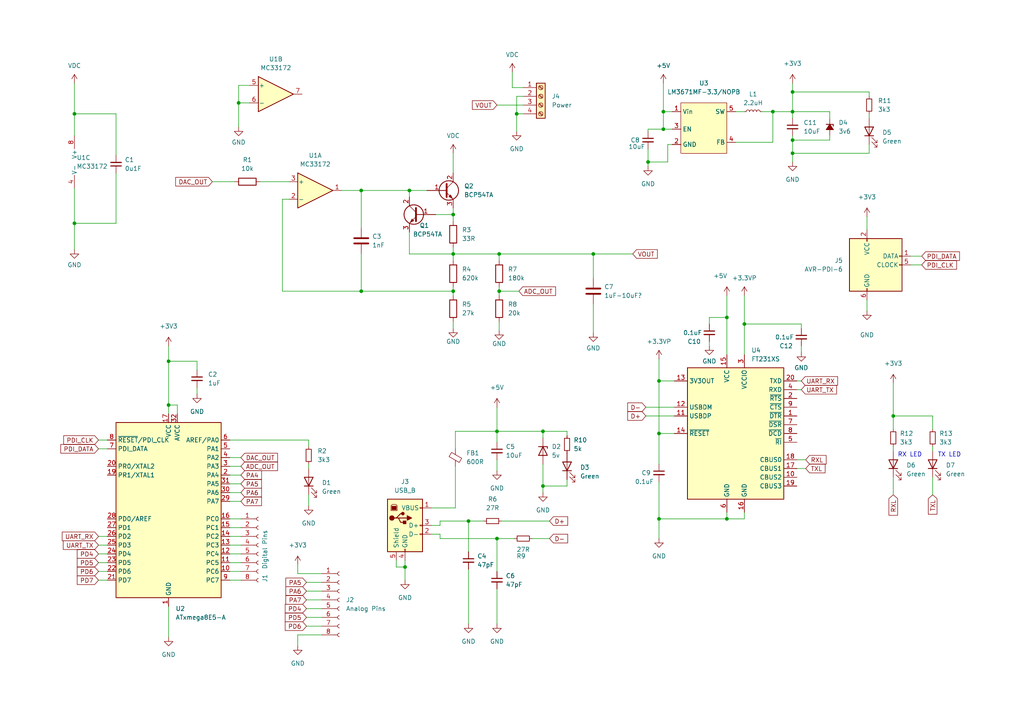
<source format=kicad_sch>
(kicad_sch (version 20211123) (generator eeschema)
  (paper "A4")
  (lib_symbols
    (symbol "Amplifier_Operational:MC33172" (pin_names (offset 0.127))
      (property "Reference" "U" (at 0 5.08 0))
      (property "Value" "MC33172" (at 0 -5.08 0))
      (symbol "MC33172_1_1"
        (pin output line (at 7.62 0 180) (length 2.54) (name "~") (number "1"))
        (pin input line (at -7.62 -2.54 0) (length 2.54) (name "-") (number "2"))
        (pin input line (at -7.62 2.54 0) (length 2.54) (name "+") (number "3"))
      )
      (symbol "MC33172_2_1"
        (pin input line (at -7.62 2.54 0) (length 2.54) (name "+") (number "5"))
        (pin input line (at -7.62 -2.54 0) (length 2.54) (name "-") (number "6"))
        (pin output line (at 7.62 0 180) (length 2.54) (name "~") (number "7"))
      )
      (symbol "MC33172_3_1"
        (pin power_in line (at -2.54 -7.62 90) (length 3.81) (name "V-") (number "4"))
        (pin power_in line (at -2.54 7.62 270) (length 3.81) (name "V+") (number "8"))
      )
    )
    (symbol "Connector:AVR-PDI-6" (pin_names (offset 1.016))
      (property "Reference" "J" (at -6.35 8.89 0))
      (property "Value" "AVR-PDI-6" (at 0 8.89 0))
      (symbol "AVR-PDI-6_1_1"
        (pin passive line (at 10.16 2.54 180) (length 2.54) (name "DATA") (number "1"))
        (pin passive line (at -2.54 10.16 270) (length 2.54) (name "VCC") (number "2"))
        (pin no_connect line (at 7.62 -2.54 180) (length 2.54) hide (name "NC") (number "3"))
        (pin no_connect line (at 7.62 -5.08 180) (length 2.54) hide (name "NC") (number "4"))
        (pin passive line (at 10.16 0 180) (length 2.54) (name "CLOCK") (number "5"))
        (pin passive line (at -2.54 -10.16 90) (length 2.54) (name "GND") (number "6"))
      )
    )
    (symbol "Connector:Conn_01x08_Female" (pin_names (offset 1.016) hide)
      (property "Reference" "J" (at 0 10.16 0))
      (property "Value" "Conn_01x08_Female" (at 0 -12.7 0))
      (symbol "Conn_01x08_Female_1_1"
        (pin passive line (at -5.08 7.62 0) (length 3.81) (name "Pin_1") (number "1"))
        (pin passive line (at -5.08 5.08 0) (length 3.81) (name "Pin_2") (number "2"))
        (pin passive line (at -5.08 2.54 0) (length 3.81) (name "Pin_3") (number "3"))
        (pin passive line (at -5.08 0 0) (length 3.81) (name "Pin_4") (number "4"))
        (pin passive line (at -5.08 -2.54 0) (length 3.81) (name "Pin_5") (number "5"))
        (pin passive line (at -5.08 -5.08 0) (length 3.81) (name "Pin_6") (number "6"))
        (pin passive line (at -5.08 -7.62 0) (length 3.81) (name "Pin_7") (number "7"))
        (pin passive line (at -5.08 -10.16 0) (length 3.81) (name "Pin_8") (number "8"))
      )
    )
    (symbol "Connector:Screw_Terminal_01x04" (pin_names (offset 1.016) hide)
      (property "Reference" "J" (at 0 5.08 0))
      (property "Value" "Screw_Terminal_01x04" (at 0 -7.62 0))
      (symbol "Screw_Terminal_01x04_1_1"
        (pin passive line (at -5.08 2.54 0) (length 3.81) (name "Pin_1") (number "1"))
        (pin passive line (at -5.08 0 0) (length 3.81) (name "Pin_2") (number "2"))
        (pin passive line (at -5.08 -2.54 0) (length 3.81) (name "Pin_3") (number "3"))
        (pin passive line (at -5.08 -5.08 0) (length 3.81) (name "Pin_4") (number "4"))
      )
    )
    (symbol "Connector:USB_B" (pin_names (offset 1.016))
      (property "Reference" "J" (at -5.08 11.43 0))
      (property "Value" "USB_B" (at -5.08 8.89 0))
      (symbol "USB_B_1_1"
        (pin power_out line (at 7.62 5.08 180) (length 2.54) (name "VBUS") (number "1"))
        (pin bidirectional line (at 7.62 -2.54 180) (length 2.54) (name "D-") (number "2"))
        (pin bidirectional line (at 7.62 0 180) (length 2.54) (name "D+") (number "3"))
        (pin power_out line (at 0 -10.16 90) (length 2.54) (name "GND") (number "4"))
        (pin passive line (at -2.54 -10.16 90) (length 2.54) (name "Shield") (number "5"))
      )
    )
    (symbol "Device:C" (pin_numbers hide) (pin_names (offset 0.254))
      (property "Reference" "C" (at 0.635 2.54 0))
      (property "Value" "C" (at 0.635 -2.54 0))
      (symbol "C_1_1"
        (pin passive line (at 0 3.81 270) (length 2.794) (name "~") (number "1"))
        (pin passive line (at 0 -3.81 90) (length 2.794) (name "~") (number "2"))
      )
    )
    (symbol "Device:C_Small" (pin_numbers hide) (pin_names (offset 0.254) hide)
      (property "Reference" "C" (at 0.254 1.778 0))
      (property "Value" "C_Small" (at 0.254 -2.032 0))
      (symbol "C_Small_1_1"
        (pin passive line (at 0 2.54 270) (length 2.032) (name "~") (number "1"))
        (pin passive line (at 0 -2.54 90) (length 2.032) (name "~") (number "2"))
      )
    )
    (symbol "Device:D_Zener" (pin_numbers hide) (pin_names (offset 1.016) hide)
      (property "Reference" "D" (at 0 2.54 0))
      (property "Value" "D_Zener" (at 0 -2.54 0))
      (symbol "D_Zener_1_1"
        (pin passive line (at -3.81 0 0) (length 2.54) (name "K") (number "1"))
        (pin passive line (at 3.81 0 180) (length 2.54) (name "A") (number "2"))
      )
    )
    (symbol "Device:D_Zener_Small_Filled" (pin_numbers hide) (pin_names (offset 0.254) hide)
      (property "Reference" "D" (at 0 2.286 0))
      (property "Value" "D_Zener_Small_Filled" (at 0 -2.286 0))
      (symbol "D_Zener_Small_Filled_1_1"
        (pin passive line (at -2.54 0 0) (length 1.778) (name "K") (number "1"))
        (pin passive line (at 2.54 0 180) (length 1.778) (name "A") (number "2"))
      )
    )
    (symbol "Device:FerriteBead_Small" (pin_numbers hide) (pin_names (offset 0))
      (property "Reference" "FB" (at 1.905 1.27 0))
      (property "Value" "FerriteBead_Small" (at 1.905 -1.27 0))
      (symbol "FerriteBead_Small_1_1"
        (pin passive line (at 0 2.54 270) (length 1.27) (name "~") (number "1"))
        (pin passive line (at 0 -2.54 90) (length 1.27) (name "~") (number "2"))
      )
    )
    (symbol "Device:LED" (pin_numbers hide) (pin_names (offset 1.016) hide)
      (property "Reference" "D" (at 0 2.54 0))
      (property "Value" "LED" (at 0 -2.54 0))
      (symbol "LED_1_1"
        (pin passive line (at -3.81 0 0) (length 2.54) (name "K") (number "1"))
        (pin passive line (at 3.81 0 180) (length 2.54) (name "A") (number "2"))
      )
    )
    (symbol "Device:L_Small" (pin_numbers hide) (pin_names (offset 0.254) hide)
      (property "Reference" "L" (at 0.762 1.016 0))
      (property "Value" "L_Small" (at 0.762 -1.016 0))
      (symbol "L_Small_1_1"
        (pin passive line (at 0 2.54 270) (length 0.508) (name "~") (number "1"))
        (pin passive line (at 0 -2.54 90) (length 0.508) (name "~") (number "2"))
      )
    )
    (symbol "Device:R" (pin_numbers hide) (pin_names (offset 0))
      (property "Reference" "R" (at 2.032 0 90))
      (property "Value" "R" (at 0 0 90))
      (symbol "R_1_1"
        (pin passive line (at 0 3.81 270) (length 1.27) (name "~") (number "1"))
        (pin passive line (at 0 -3.81 90) (length 1.27) (name "~") (number "2"))
      )
    )
    (symbol "Device:R_Small" (pin_numbers hide) (pin_names (offset 0.254) hide)
      (property "Reference" "R" (at 0.762 0.508 0))
      (property "Value" "R_Small" (at 0.762 -1.016 0))
      (symbol "R_Small_1_1"
        (pin passive line (at 0 2.54 270) (length 0.762) (name "~") (number "1"))
        (pin passive line (at 0 -2.54 90) (length 0.762) (name "~") (number "2"))
      )
    )
    (symbol "GND_1" (power) (pin_names (offset 0))
      (property "Value" "GND_1" (at 0 -3.81 0))
      (symbol "GND_1_1_1"
        (pin power_in line (at 0 0 270) (length 0) hide (name "GND") (number "1"))
      )
    )
    (symbol "GND_2" (power) (pin_names (offset 0))
      (property "Value" "GND_2" (at 0 -3.81 0))
      (symbol "GND_2_1_1"
        (pin power_in line (at 0 0 270) (length 0) hide (name "GND") (number "1"))
      )
    )
    (symbol "GND_3" (power) (pin_names (offset 0))
      (property "Value" "GND_3" (at 0 -3.81 0))
      (symbol "GND_3_1_1"
        (pin power_in line (at 0 0 270) (length 0) hide (name "GND") (number "1"))
      )
    )
    (symbol "GND_4" (power) (pin_names (offset 0))
      (property "Value" "GND_4" (at 0 -3.81 0))
      (symbol "GND_4_1_1"
        (pin power_in line (at 0 0 270) (length 0) hide (name "GND") (number "1"))
      )
    )
    (symbol "GND_5" (power) (pin_names (offset 0))
      (property "Value" "GND_5" (at 0 -3.81 0))
      (symbol "GND_5_1_1"
        (pin power_in line (at 0 0 270) (length 0) hide (name "GND") (number "1"))
      )
    )
    (symbol "Interface_USB:FT231XS"
      (property "Reference" "U" (at -13.97 20.32 0))
      (property "Value" "FT231XS" (at 7.62 20.32 0))
      (symbol "FT231XS_1_1"
        (pin output line (at 17.78 5.08 180) (length 3.81) (name "~{DTR}") (number "1"))
        (pin bidirectional line (at 17.78 -12.7 180) (length 3.81) (name "CBUS2") (number "10"))
        (pin bidirectional line (at -17.78 5.08 0) (length 3.81) (name "USBDP") (number "11"))
        (pin bidirectional line (at -17.78 7.62 0) (length 3.81) (name "USBDM") (number "12"))
        (pin power_out line (at -17.78 15.24 0) (length 3.81) (name "3V3OUT") (number "13"))
        (pin input line (at -17.78 0 0) (length 3.81) (name "~{RESET}") (number "14"))
        (pin power_in line (at -2.54 22.86 270) (length 3.81) (name "VCC") (number "15"))
        (pin power_in line (at 2.54 -22.86 90) (length 3.81) (name "GND") (number "16"))
        (pin bidirectional line (at 17.78 -10.16 180) (length 3.81) (name "CBUS1") (number "17"))
        (pin bidirectional line (at 17.78 -7.62 180) (length 3.81) (name "CBUS0") (number "18"))
        (pin bidirectional line (at 17.78 -15.24 180) (length 3.81) (name "CBUS3") (number "19"))
        (pin output line (at 17.78 10.16 180) (length 3.81) (name "~{RTS}") (number "2"))
        (pin output line (at 17.78 15.24 180) (length 3.81) (name "TXD") (number "20"))
        (pin power_in line (at 2.54 22.86 270) (length 3.81) (name "VCCIO") (number "3"))
        (pin input line (at 17.78 12.7 180) (length 3.81) (name "RXD") (number "4"))
        (pin input line (at 17.78 -2.54 180) (length 3.81) (name "~{RI}") (number "5"))
        (pin power_in line (at -2.54 -22.86 90) (length 3.81) (name "GND") (number "6"))
        (pin input line (at 17.78 2.54 180) (length 3.81) (name "~{DSR}") (number "7"))
        (pin input line (at 17.78 0 180) (length 3.81) (name "~{DCD}") (number "8"))
        (pin input line (at 17.78 7.62 180) (length 3.81) (name "~{CTS}") (number "9"))
      )
    )
    (symbol "MCU_Microchip_ATmega:ATxmega8E5-A"
      (property "Reference" "U" (at -15.24 26.67 0))
      (property "Value" "ATxmega8E5-A" (at 2.54 -26.67 0))
      (symbol "ATxmega8E5-A_1_1"
        (pin power_in line (at 0 -27.94 90) (length 2.54) (name "GND") (number "1"))
        (pin bidirectional line (at 17.78 -17.78 180) (length 2.54) (name "PC6") (number "10"))
        (pin bidirectional line (at 17.78 -15.24 180) (length 2.54) (name "PC5") (number "11"))
        (pin bidirectional line (at 17.78 -12.7 180) (length 2.54) (name "PC4") (number "12"))
        (pin bidirectional line (at 17.78 -10.16 180) (length 2.54) (name "PC3") (number "13"))
        (pin bidirectional line (at 17.78 -7.62 180) (length 2.54) (name "PC2") (number "14"))
        (pin bidirectional line (at 17.78 -5.08 180) (length 2.54) (name "PC1") (number "15"))
        (pin bidirectional line (at 17.78 -2.54 180) (length 2.54) (name "PC0") (number "16"))
        (pin power_in line (at 0 27.94 270) (length 2.54) (name "VCC") (number "17"))
        (pin passive line (at 0 -27.94 90) (length 2.54) hide (name "GND") (number "18"))
        (pin bidirectional line (at -17.78 10.16 0) (length 2.54) (name "PR1/XTAL1") (number "19"))
        (pin bidirectional line (at 17.78 10.16 180) (length 2.54) (name "PA4") (number "2"))
        (pin bidirectional line (at -17.78 12.7 0) (length 2.54) (name "PR0/XTAL2") (number "20"))
        (pin bidirectional line (at -17.78 -20.32 0) (length 2.54) (name "PD7") (number "21"))
        (pin bidirectional line (at -17.78 -17.78 0) (length 2.54) (name "PD6") (number "22"))
        (pin bidirectional line (at -17.78 -15.24 0) (length 2.54) (name "PD5") (number "23"))
        (pin bidirectional line (at -17.78 -12.7 0) (length 2.54) (name "PD4") (number "24"))
        (pin bidirectional line (at -17.78 -10.16 0) (length 2.54) (name "PD3") (number "25"))
        (pin bidirectional line (at -17.78 -7.62 0) (length 2.54) (name "PD2") (number "26"))
        (pin bidirectional line (at -17.78 -5.08 0) (length 2.54) (name "PD1") (number "27"))
        (pin bidirectional line (at -17.78 -2.54 0) (length 2.54) (name "PD0/AREF") (number "28"))
        (pin bidirectional line (at 17.78 2.54 180) (length 2.54) (name "PA7") (number "29"))
        (pin bidirectional line (at 17.78 12.7 180) (length 2.54) (name "PA3") (number "3"))
        (pin bidirectional line (at 17.78 5.08 180) (length 2.54) (name "PA6") (number "30"))
        (pin bidirectional line (at 17.78 7.62 180) (length 2.54) (name "PA5") (number "31"))
        (pin power_in line (at 2.54 27.94 270) (length 2.54) (name "AVCC") (number "32"))
        (pin bidirectional line (at 17.78 15.24 180) (length 2.54) (name "PA2") (number "4"))
        (pin bidirectional line (at 17.78 17.78 180) (length 2.54) (name "PA1") (number "5"))
        (pin bidirectional line (at 17.78 20.32 180) (length 2.54) (name "AREF/PA0") (number "6"))
        (pin bidirectional line (at -17.78 17.78 0) (length 2.54) (name "PDI_DATA") (number "7"))
        (pin input line (at -17.78 20.32 0) (length 2.54) (name "~{RESET}/PDI_CLK") (number "8"))
        (pin bidirectional line (at 17.78 -20.32 180) (length 2.54) (name "PC7") (number "9"))
      )
    )
    (symbol "Transistor_BJT:BCP56" (pin_names (offset 0) hide)
      (property "Reference" "Q" (at 5.08 1.905 0))
      (property "Value" "BCP56" (at 5.08 0 0))
      (symbol "BCP56_1_1"
        (pin input line (at -5.08 0 0) (length 5.715) (name "B") (number "1"))
        (pin passive line (at 2.54 5.08 270) (length 2.54) (name "C") (number "2"))
        (pin passive line (at 2.54 -5.08 90) (length 2.54) (name "E") (number "3"))
        (pin passive line (at 2.54 5.08 270) (length 2.54) hide (name "C") (number "4"))
      )
    )
    (symbol "Transus_David:LM3671MF-3.3{slash}NOPB"
      (property "Reference" "U?" (at -0.3175 15.24 0))
      (property "Value" "LM3671MF-3.3/NOPB" (at -0.3175 12.7 0))
      (symbol "LM3671MF-3.3{slash}NOPB_1_1"
        (pin input line (at -9.525 6.985 0) (length 2.54) (name "Vin") (number "1"))
        (pin input line (at -9.525 -2.54 0) (length 2.54) (name "GND") (number "2"))
        (pin input line (at -9.525 1.905 0) (length 2.54) (name "EN") (number "3"))
        (pin input line (at 8.89 -1.905 180) (length 2.54) (name "FB") (number "4"))
        (pin input line (at 8.89 6.985 180) (length 2.54) (name "SW") (number "5"))
      )
    )
    (symbol "power:+3.3VP" (power) (pin_names (offset 0))
      (property "Value" "+3.3VP" (at 0 2.54 0))
      (symbol "+3.3VP_0_0"
        (pin power_in line (at 0 0 90) (length 0) hide (name "+3.3VP") (number "1"))
      )
    )
    (symbol "power:+3V3" (power) (pin_names (offset 0))
      (property "Value" "+3V3" (at 0 3.556 0))
      (symbol "+3V3_1_1"
        (pin power_in line (at 0 0 90) (length 0) hide (name "+3V3") (number "1"))
      )
    )
    (symbol "power:+5V" (power) (pin_names (offset 0))
      (property "Value" "+5V" (at 0 3.556 0))
      (symbol "+5V_1_1"
        (pin power_in line (at 0 0 90) (length 0) hide (name "+5V") (number "1"))
      )
    )
    (symbol "power:GND" (power) (pin_names (offset 0))
      (property "Value" "GND" (at 0 -3.81 0))
      (symbol "GND_1_1"
        (pin power_in line (at 0 0 270) (length 0) hide (name "GND") (number "1"))
      )
    )
    (symbol "power:VDC" (power) (pin_names (offset 0))
      (property "Value" "VDC" (at 0 6.35 0))
      (symbol "VDC_1_1"
        (pin power_in line (at 0 0 90) (length 0) hide (name "VDC") (number "1"))
      )
    )
  )
  (junction (at 144.145 156.21))
  (junction (at 191.135 125.73))
  (junction (at 131.445 62.23))
  (junction (at 104.775 84.455))
  (junction (at 229.87 32.385))
  (junction (at 48.895 104.775))
  (junction (at 131.445 84.455))
  (junction (at 21.59 33.02))
  (junction (at 131.445 73.66))
  (junction (at 191.135 110.49))
  (junction (at 144.78 73.66))
  (junction (at 157.48 140.97))
  (junction (at 215.9 93.98))
  (junction (at 118.745 55.245))
  (junction (at 191.135 150.495))
  (junction (at 21.59 64.77))
  (junction (at 259.08 120.65))
  (junction (at 135.89 151.13))
  (junction (at 144.145 125.095))
  (junction (at 229.87 40.64))
  (junction (at 149.86 33.02))
  (junction (at 210.82 150.495))
  (junction (at 192.405 32.385))
  (junction (at 69.215 29.845))
  (junction (at 192.405 37.465))
  (junction (at 229.87 26.67))
  (junction (at 104.775 55.245))
  (junction (at 172.085 73.66))
  (junction (at 224.155 32.385))
  (junction (at 48.895 117.475))
  (junction (at 187.96 46.99))
  (junction (at 144.78 84.455))
  (junction (at 229.87 44.45))
  (junction (at 157.48 125.095))
  (junction (at 117.475 164.465))
  (junction (at 210.82 92.075))
  (wire (pts (xy 149.86 33.02) (xy 151.765 33.02)))
  (wire (pts (xy 213.36 41.275) (xy 224.155 41.275)))
  (wire (pts (xy 251.46 86.995) (xy 251.46 90.17)))
  (wire (pts (xy 144.78 73.66) (xy 144.78 75.565)))
  (wire (pts (xy 210.82 85.725) (xy 210.82 92.075)))
  (wire (pts (xy 191.135 150.495) (xy 191.135 156.21)))
  (wire (pts (xy 192.405 37.465) (xy 192.405 32.385)))
  (wire (pts (xy 252.095 33.02) (xy 252.095 34.29)))
  (wire (pts (xy 187.325 120.65) (xy 195.58 120.65)))
  (wire (pts (xy 144.145 133.35) (xy 144.145 136.525)))
  (wire (pts (xy 187.96 46.99) (xy 193.675 46.99)))
  (wire (pts (xy 117.475 162.56) (xy 117.475 164.465)))
  (wire (pts (xy 213.36 32.385) (xy 215.9 32.385)))
  (wire (pts (xy 118.745 67.31) (xy 118.745 73.66)))
  (wire (pts (xy 144.145 170.815) (xy 144.145 180.975)))
  (wire (pts (xy 88.9 181.61) (xy 93.345 181.61)))
  (wire (pts (xy 21.59 54.61) (xy 21.59 64.77)))
  (wire (pts (xy 193.675 41.91) (xy 193.675 46.99)))
  (wire (pts (xy 210.82 150.495) (xy 210.82 148.59)))
  (wire (pts (xy 172.085 73.66) (xy 172.085 80.645)))
  (wire (pts (xy 164.465 139.065) (xy 164.465 140.97)))
  (wire (pts (xy 127.635 154.94) (xy 127.635 156.21)))
  (wire (pts (xy 104.775 55.245) (xy 118.745 55.245)))
  (wire (pts (xy 264.16 76.835) (xy 267.335 76.835)))
  (wire (pts (xy 157.48 140.97) (xy 157.48 142.875)))
  (wire (pts (xy 131.445 73.66) (xy 144.78 73.66)))
  (wire (pts (xy 229.87 44.45) (xy 229.87 46.99)))
  (wire (pts (xy 33.655 33.02) (xy 33.655 45.085)))
  (wire (pts (xy 51.435 117.475) (xy 48.895 117.475)))
  (wire (pts (xy 28.575 160.655) (xy 31.115 160.655)))
  (wire (pts (xy 131.445 84.455) (xy 131.445 85.725)))
  (wire (pts (xy 192.405 32.385) (xy 194.945 32.385)))
  (wire (pts (xy 264.16 74.295) (xy 267.335 74.295)))
  (wire (pts (xy 270.51 120.65) (xy 259.08 120.65)))
  (wire (pts (xy 191.135 125.73) (xy 191.135 110.49)))
  (wire (pts (xy 231.14 113.03) (xy 232.41 113.03)))
  (wire (pts (xy 215.9 85.725) (xy 215.9 93.98)))
  (wire (pts (xy 66.675 137.795) (xy 69.85 137.795)))
  (wire (pts (xy 154.305 156.21) (xy 159.385 156.21)))
  (wire (pts (xy 69.215 24.765) (xy 69.215 29.845)))
  (wire (pts (xy 66.675 158.115) (xy 69.85 158.115)))
  (wire (pts (xy 69.215 29.845) (xy 69.215 36.83)))
  (wire (pts (xy 240.665 32.385) (xy 229.87 32.385)))
  (wire (pts (xy 187.96 43.18) (xy 187.96 46.99)))
  (wire (pts (xy 144.145 156.21) (xy 144.145 165.735)))
  (wire (pts (xy 172.085 88.265) (xy 172.085 96.52)))
  (wire (pts (xy 144.78 84.455) (xy 144.78 85.725)))
  (wire (pts (xy 187.96 46.99) (xy 187.96 48.26)))
  (wire (pts (xy 210.82 92.075) (xy 210.82 102.87)))
  (wire (pts (xy 104.775 73.66) (xy 104.775 84.455)))
  (wire (pts (xy 229.87 44.45) (xy 252.095 44.45)))
  (wire (pts (xy 157.48 140.97) (xy 164.465 140.97)))
  (wire (pts (xy 66.675 142.875) (xy 69.85 142.875)))
  (wire (pts (xy 86.36 184.15) (xy 86.36 187.325)))
  (wire (pts (xy 131.445 44.45) (xy 131.445 50.165)))
  (wire (pts (xy 57.15 104.775) (xy 48.895 104.775)))
  (wire (pts (xy 149.86 33.02) (xy 149.86 38.1)))
  (wire (pts (xy 131.445 73.66) (xy 131.445 71.755)))
  (wire (pts (xy 48.895 175.895) (xy 48.895 184.785)))
  (wire (pts (xy 232.41 95.25) (xy 232.41 93.98)))
  (wire (pts (xy 191.135 125.73) (xy 191.135 134.62)))
  (wire (pts (xy 125.095 147.32) (xy 132.08 147.32)))
  (wire (pts (xy 240.665 40.64) (xy 229.87 40.64)))
  (wire (pts (xy 144.145 30.48) (xy 151.765 30.48)))
  (wire (pts (xy 215.9 150.495) (xy 210.82 150.495)))
  (wire (pts (xy 251.46 62.865) (xy 251.46 66.675)))
  (wire (pts (xy 66.675 132.715) (xy 69.85 132.715)))
  (wire (pts (xy 215.9 93.98) (xy 215.9 102.87)))
  (wire (pts (xy 149.86 27.94) (xy 149.86 33.02)))
  (wire (pts (xy 187.96 38.1) (xy 187.96 37.465)))
  (wire (pts (xy 172.085 73.66) (xy 183.515 73.66)))
  (wire (pts (xy 157.48 127) (xy 157.48 125.095)))
  (wire (pts (xy 194.945 41.91) (xy 193.675 41.91)))
  (wire (pts (xy 135.89 165.1) (xy 135.89 180.975)))
  (wire (pts (xy 240.665 39.37) (xy 240.665 40.64)))
  (wire (pts (xy 144.145 118.11) (xy 144.145 125.095)))
  (wire (pts (xy 28.575 168.275) (xy 31.115 168.275)))
  (wire (pts (xy 88.9 171.45) (xy 93.345 171.45)))
  (wire (pts (xy 66.675 165.735) (xy 69.85 165.735)))
  (wire (pts (xy 81.915 84.455) (xy 81.915 57.785)))
  (wire (pts (xy 131.445 84.455) (xy 104.775 84.455)))
  (wire (pts (xy 86.36 184.15) (xy 93.345 184.15)))
  (wire (pts (xy 72.39 24.765) (xy 69.215 24.765)))
  (wire (pts (xy 231.14 133.35) (xy 233.68 133.35)))
  (wire (pts (xy 240.665 34.29) (xy 240.665 32.385)))
  (wire (pts (xy 270.51 138.43) (xy 270.51 143.51)))
  (wire (pts (xy 28.575 165.735) (xy 31.115 165.735)))
  (wire (pts (xy 131.445 83.185) (xy 131.445 84.455)))
  (wire (pts (xy 229.87 24.13) (xy 229.87 26.67)))
  (wire (pts (xy 88.9 173.99) (xy 93.345 173.99)))
  (wire (pts (xy 194.945 37.465) (xy 192.405 37.465)))
  (wire (pts (xy 28.575 155.575) (xy 31.115 155.575)))
  (wire (pts (xy 191.135 110.49) (xy 191.135 104.14)))
  (wire (pts (xy 66.675 163.195) (xy 69.85 163.195)))
  (wire (pts (xy 66.675 153.035) (xy 69.85 153.035)))
  (wire (pts (xy 148.59 20.955) (xy 148.59 25.4)))
  (wire (pts (xy 157.48 134.62) (xy 157.48 140.97)))
  (wire (pts (xy 157.48 125.095) (xy 144.145 125.095)))
  (wire (pts (xy 28.575 130.175) (xy 31.115 130.175)))
  (wire (pts (xy 48.895 117.475) (xy 48.895 120.015)))
  (wire (pts (xy 191.135 150.495) (xy 210.82 150.495)))
  (wire (pts (xy 132.08 125.095) (xy 144.145 125.095)))
  (wire (pts (xy 89.535 134.62) (xy 89.535 135.89)))
  (wire (pts (xy 125.095 152.4) (xy 127.635 152.4)))
  (wire (pts (xy 148.59 25.4) (xy 151.765 25.4)))
  (wire (pts (xy 224.155 32.385) (xy 224.155 41.275)))
  (wire (pts (xy 126.365 62.23) (xy 131.445 62.23)))
  (wire (pts (xy 259.08 129.54) (xy 259.08 130.81)))
  (wire (pts (xy 192.405 24.13) (xy 192.405 32.385)))
  (wire (pts (xy 145.415 151.13) (xy 159.385 151.13)))
  (wire (pts (xy 21.59 64.77) (xy 21.59 72.39)))
  (wire (pts (xy 66.675 160.655) (xy 69.85 160.655)))
  (wire (pts (xy 205.74 93.98) (xy 205.74 92.075)))
  (wire (pts (xy 131.445 93.345) (xy 131.445 95.25)))
  (wire (pts (xy 21.59 33.02) (xy 33.655 33.02)))
  (wire (pts (xy 229.87 40.64) (xy 229.87 44.45)))
  (wire (pts (xy 151.765 27.94) (xy 149.86 27.94)))
  (wire (pts (xy 164.465 125.095) (xy 157.48 125.095)))
  (wire (pts (xy 123.825 55.245) (xy 118.745 55.245)))
  (wire (pts (xy 259.08 111.125) (xy 259.08 120.65)))
  (wire (pts (xy 195.58 110.49) (xy 191.135 110.49)))
  (wire (pts (xy 66.675 135.255) (xy 69.85 135.255)))
  (wire (pts (xy 144.145 156.21) (xy 149.225 156.21)))
  (wire (pts (xy 21.59 33.02) (xy 21.59 39.37)))
  (wire (pts (xy 127.635 151.13) (xy 135.89 151.13)))
  (wire (pts (xy 114.935 162.56) (xy 114.935 164.465)))
  (wire (pts (xy 135.89 151.13) (xy 140.335 151.13)))
  (wire (pts (xy 259.08 120.65) (xy 259.08 124.46)))
  (wire (pts (xy 164.465 126.365) (xy 164.465 125.095)))
  (wire (pts (xy 51.435 120.015) (xy 51.435 117.475)))
  (wire (pts (xy 99.06 55.245) (xy 104.775 55.245)))
  (wire (pts (xy 229.87 32.385) (xy 224.155 32.385)))
  (wire (pts (xy 215.9 93.98) (xy 232.41 93.98)))
  (wire (pts (xy 187.325 118.11) (xy 195.58 118.11)))
  (wire (pts (xy 270.51 129.54) (xy 270.51 130.81)))
  (wire (pts (xy 88.9 179.07) (xy 93.345 179.07)))
  (wire (pts (xy 215.9 148.59) (xy 215.9 150.495)))
  (wire (pts (xy 86.36 166.37) (xy 93.345 166.37)))
  (wire (pts (xy 28.575 158.115) (xy 31.115 158.115)))
  (wire (pts (xy 66.675 140.335) (xy 69.85 140.335)))
  (wire (pts (xy 66.675 155.575) (xy 69.85 155.575)))
  (wire (pts (xy 205.74 99.06) (xy 205.74 100.33)))
  (wire (pts (xy 232.41 100.33) (xy 232.41 102.235)))
  (wire (pts (xy 132.08 130.175) (xy 132.08 125.095)))
  (wire (pts (xy 144.78 73.66) (xy 172.085 73.66)))
  (wire (pts (xy 135.89 151.13) (xy 135.89 160.02)))
  (wire (pts (xy 229.87 34.29) (xy 229.87 32.385)))
  (wire (pts (xy 131.445 60.325) (xy 131.445 62.23)))
  (wire (pts (xy 89.535 127.635) (xy 89.535 129.54)))
  (wire (pts (xy 187.96 37.465) (xy 192.405 37.465)))
  (wire (pts (xy 118.745 73.66) (xy 131.445 73.66)))
  (wire (pts (xy 229.87 39.37) (xy 229.87 40.64)))
  (wire (pts (xy 270.51 120.65) (xy 270.51 124.46)))
  (wire (pts (xy 144.78 84.455) (xy 150.495 84.455)))
  (wire (pts (xy 231.14 110.49) (xy 232.41 110.49)))
  (wire (pts (xy 57.15 112.395) (xy 57.15 114.3)))
  (wire (pts (xy 28.575 163.195) (xy 31.115 163.195)))
  (wire (pts (xy 104.775 55.245) (xy 104.775 66.04)))
  (wire (pts (xy 75.565 52.705) (xy 83.82 52.705)))
  (wire (pts (xy 220.98 32.385) (xy 224.155 32.385)))
  (wire (pts (xy 104.775 84.455) (xy 81.915 84.455)))
  (wire (pts (xy 127.635 151.13) (xy 127.635 152.4)))
  (wire (pts (xy 144.78 93.345) (xy 144.78 95.885)))
  (wire (pts (xy 131.445 73.66) (xy 131.445 75.565)))
  (wire (pts (xy 231.14 135.89) (xy 233.68 135.89)))
  (wire (pts (xy 252.095 26.67) (xy 229.87 26.67)))
  (wire (pts (xy 205.74 92.075) (xy 210.82 92.075)))
  (wire (pts (xy 33.655 64.77) (xy 33.655 50.165)))
  (wire (pts (xy 57.15 107.315) (xy 57.15 104.775)))
  (wire (pts (xy 117.475 164.465) (xy 117.475 168.275)))
  (wire (pts (xy 259.08 138.43) (xy 259.08 143.51)))
  (wire (pts (xy 86.36 163.83) (xy 86.36 166.37)))
  (wire (pts (xy 66.675 145.415) (xy 69.85 145.415)))
  (wire (pts (xy 66.675 150.495) (xy 69.85 150.495)))
  (wire (pts (xy 48.895 104.775) (xy 48.895 117.475)))
  (wire (pts (xy 144.145 125.095) (xy 144.145 128.27)))
  (wire (pts (xy 132.08 135.255) (xy 132.08 147.32)))
  (wire (pts (xy 191.135 139.7) (xy 191.135 150.495)))
  (wire (pts (xy 88.9 168.91) (xy 93.345 168.91)))
  (wire (pts (xy 21.59 64.77) (xy 33.655 64.77)))
  (wire (pts (xy 118.745 55.245) (xy 118.745 57.15)))
  (wire (pts (xy 131.445 62.23) (xy 131.445 64.135)))
  (wire (pts (xy 28.575 127.635) (xy 31.115 127.635)))
  (wire (pts (xy 229.87 26.67) (xy 229.87 32.385)))
  (wire (pts (xy 252.095 41.91) (xy 252.095 44.45)))
  (wire (pts (xy 48.895 100.33) (xy 48.895 104.775)))
  (wire (pts (xy 66.675 127.635) (xy 89.535 127.635)))
  (wire (pts (xy 66.675 168.275) (xy 69.85 168.275)))
  (wire (pts (xy 69.215 29.845) (xy 72.39 29.845)))
  (wire (pts (xy 125.095 154.94) (xy 127.635 154.94)))
  (wire (pts (xy 88.9 176.53) (xy 93.345 176.53)))
  (wire (pts (xy 81.915 57.785) (xy 83.82 57.785)))
  (wire (pts (xy 89.535 143.51) (xy 89.535 146.685)))
  (wire (pts (xy 195.58 125.73) (xy 191.135 125.73)))
  (wire (pts (xy 144.78 83.185) (xy 144.78 84.455)))
  (wire (pts (xy 114.935 164.465) (xy 117.475 164.465)))
  (wire (pts (xy 61.595 52.705) (xy 67.945 52.705)))
  (wire (pts (xy 21.59 24.13) (xy 21.59 33.02)))
  (wire (pts (xy 127.635 156.21) (xy 144.145 156.21)))
  (wire (pts (xy 252.095 26.67) (xy 252.095 27.94)))
  (text "TX LED" (at 278.765 132.715 180) (effects (font (size 1.27 1.27)) (justify right bottom)))
  (text "RX LED" (at 260.35 132.715 0) (effects (font (size 1.27 1.27)) (justify left bottom)))
  (global_label "PA4" (shape input) (at 69.85 137.795 0) (property "Intersheet References" "${INTERSHEET_REFS}" (effects hide)))
  (global_label "VOUT" (shape input) (at 183.515 73.66 0) (property "Intersheet References" "${INTERSHEET_REFS}" (effects hide)))
  (global_label "PA5" (shape input) (at 88.9 168.91 180) (property "Intersheet References" "${INTERSHEET_REFS}" (effects hide)))
  (global_label "PD4" (shape input) (at 28.575 160.655 180) (property "Intersheet References" "${INTERSHEET_REFS}" (effects hide)))
  (global_label "RXL" (shape input) (at 259.08 143.51 270) (property "Intersheet References" "${INTERSHEET_REFS}" (effects hide)))
  (global_label "TXL" (shape input) (at 233.68 135.89 0) (property "Intersheet References" "${INTERSHEET_REFS}" (effects hide)))
  (global_label "DAC_OUT" (shape input) (at 69.85 132.715 0) (property "Intersheet References" "${INTERSHEET_REFS}" (effects hide)))
  (global_label "PD6" (shape input) (at 28.575 165.735 180) (property "Intersheet References" "${INTERSHEET_REFS}" (effects hide)))
  (global_label "TXL" (shape input) (at 270.51 143.51 270) (property "Intersheet References" "${INTERSHEET_REFS}" (effects hide)))
  (global_label "PDI_CLK" (shape input) (at 28.575 127.635 180) (property "Intersheet References" "${INTERSHEET_REFS}" (effects hide)))
  (global_label "PD7" (shape input) (at 28.575 168.275 180) (property "Intersheet References" "${INTERSHEET_REFS}" (effects hide)))
  (global_label "PDI_CLK" (shape input) (at 267.335 76.835 0) (property "Intersheet References" "${INTERSHEET_REFS}" (effects hide)))
  (global_label "ADC_OUT" (shape input) (at 69.85 135.255 0) (property "Intersheet References" "${INTERSHEET_REFS}" (effects hide)))
  (global_label "PA6" (shape input) (at 88.9 171.45 180) (property "Intersheet References" "${INTERSHEET_REFS}" (effects hide)))
  (global_label "DAC_OUT" (shape input) (at 61.595 52.705 180) (property "Intersheet References" "${INTERSHEET_REFS}" (effects hide)))
  (global_label "PDI_DATA" (shape input) (at 267.335 74.295 0) (property "Intersheet References" "${INTERSHEET_REFS}" (effects hide)))
  (global_label "D+" (shape input) (at 187.325 120.65 180) (property "Intersheet References" "${INTERSHEET_REFS}" (effects hide)))
  (global_label "PA7" (shape input) (at 88.9 173.99 180) (property "Intersheet References" "${INTERSHEET_REFS}" (effects hide)))
  (global_label "PA7" (shape input) (at 69.85 145.415 0) (property "Intersheet References" "${INTERSHEET_REFS}" (effects hide)))
  (global_label "UART_RX" (shape input) (at 28.575 155.575 180) (property "Intersheet References" "${INTERSHEET_REFS}" (effects hide)))
  (global_label "PD5" (shape input) (at 88.9 179.07 180) (property "Intersheet References" "${INTERSHEET_REFS}" (effects hide)))
  (global_label "UART_RX" (shape input) (at 232.41 110.49 0) (property "Intersheet References" "${INTERSHEET_REFS}" (effects hide)))
  (global_label "UART_TX" (shape input) (at 232.41 113.03 0) (property "Intersheet References" "${INTERSHEET_REFS}" (effects hide)))
  (global_label "RXL" (shape input) (at 233.68 133.35 0) (property "Intersheet References" "${INTERSHEET_REFS}" (effects hide)))
  (global_label "VOUT" (shape input) (at 144.145 30.48 180) (property "Intersheet References" "${INTERSHEET_REFS}" (effects hide)))
  (global_label "PD5" (shape input) (at 28.575 163.195 180) (property "Intersheet References" "${INTERSHEET_REFS}" (effects hide)))
  (global_label "PA6" (shape input) (at 69.85 142.875 0) (property "Intersheet References" "${INTERSHEET_REFS}" (effects hide)))
  (global_label "PD4" (shape input) (at 88.9 176.53 180) (property "Intersheet References" "${INTERSHEET_REFS}" (effects hide)))
  (global_label "D-" (shape input) (at 159.385 156.21 0) (property "Intersheet References" "${INTERSHEET_REFS}" (effects hide)))
  (global_label "UART_TX" (shape input) (at 28.575 158.115 180) (property "Intersheet References" "${INTERSHEET_REFS}" (effects hide)))
  (global_label "PA5" (shape input) (at 69.85 140.335 0) (property "Intersheet References" "${INTERSHEET_REFS}" (effects hide)))
  (global_label "ADC_OUT" (shape input) (at 150.495 84.455 0) (property "Intersheet References" "${INTERSHEET_REFS}" (effects hide)))
  (global_label "PD6" (shape input) (at 88.9 181.61 180) (property "Intersheet References" "${INTERSHEET_REFS}" (effects hide)))
  (global_label "PDI_DATA" (shape input) (at 28.575 130.175 180) (property "Intersheet References" "${INTERSHEET_REFS}" (effects hide)))
  (global_label "D+" (shape input) (at 159.385 151.13 0) (property "Intersheet References" "${INTERSHEET_REFS}" (effects hide)))
  (global_label "D-" (shape input) (at 187.325 118.11 180) (property "Intersheet References" "${INTERSHEET_REFS}" (effects hide)))
  (symbol (lib_id "Device:LED") (at 164.465 135.255 90) (unit 1)
    (property "Reference" "D3" (at 168.275 135.5724 90) (effects (justify right)))
    (property "Value" "Green" (at 168.275 138.1124 90) (effects (justify right)))
    (property "Footprint" "LED_SMD:LED_0402_1005Metric_Pad0.77x0.64mm_HandSolder" (effects hide))
    (property "Farnell" "2507544" (effects hide))
  )
  (symbol (lib_id "power:VDC") (at 21.59 24.13 0) (unit 1)
    (property "Reference" "#PWR0103" (effects hide))
    (property "Value" "VDC" (at 21.59 19.05 0))
  )
  (symbol (lib_id "Device:C_Small") (at 191.135 137.16 0) (unit 1)
    (property "Reference" "C9" (at 186.055 137.16 0) (effects (justify left)))
    (property "Value" "0.1uF" (at 184.15 139.7 0) (effects (justify left)))
    (property "Footprint" "Capacitor_SMD:C_0805_2012Metric_Pad1.18x1.45mm_HandSolder" (effects hide))
  )
  (symbol (lib_id "Device:R") (at 144.78 79.375 0) (unit 1)
    (property "Reference" "R7" (at 147.32 78.1049 0) (effects (justify left)))
    (property "Value" "180k" (at 147.32 80.6449 0) (effects (justify left)))
    (property "Footprint" "Resistor_SMD:R_0805_2012Metric_Pad1.20x1.40mm_HandSolder" (effects hide))
  )
  (symbol (lib_id "Device:R_Small") (at 252.095 30.48 0) (unit 1)
    (property "Reference" "R11" (at 254.635 29.2099 0) (effects (justify left)))
    (property "Value" "3k3" (at 254.635 31.7499 0) (effects (justify left)))
    (property "Footprint" "Resistor_SMD:R_0805_2012Metric_Pad1.20x1.40mm_HandSolder" (effects hide))
  )
  (symbol (lib_id "power:GND") (at 172.085 96.52 0) (unit 1)
    (property "Reference" "#PWR0128" (effects hide))
    (property "Value" "GND" (at 172.085 100.965 0))
  )
  (symbol (lib_id "Device:L_Small") (at 218.44 32.385 90) (unit 1)
    (property "Reference" "L1" (at 218.44 27.305 90))
    (property "Value" "2.2uH" (at 218.44 29.845 90))
    (property "Footprint" "MyFootprints:0805_PInductor" (effects hide))
    (property "Farnell" "3865051" (effects hide))
  )
  (symbol (lib_id "Amplifier_Operational:MC33172") (at 24.13 46.99 0) (unit 3)
    (property "Reference" "U1" (at 22.225 45.7199 0) (effects (justify left)))
    (property "Value" "MC33172" (at 22.225 48.2599 0) (effects (justify left)))
    (property "Footprint" "Package_SO:SO-8_3.9x4.9mm_P1.27mm" (effects hide))
    (property "Datasheet" "http://www.onsemi.com/pub/Collateral/MC33171-D.PDF" (effects hide))
  )
  (symbol (lib_id "Device:LED") (at 252.095 38.1 90) (unit 1)
    (property "Reference" "D5" (at 255.905 38.4174 90) (effects (justify right)))
    (property "Value" "Green" (at 255.905 40.9574 90) (effects (justify right)))
    (property "Footprint" "LED_SMD:LED_0402_1005Metric_Pad0.77x0.64mm_HandSolder" (effects hide))
    (property "Farnell" "2507544" (effects hide))
  )
  (symbol (lib_id "Device:C") (at 172.085 84.455 0) (unit 1)
    (property "Reference" "C7" (at 175.26 83.1849 0) (effects (justify left)))
    (property "Value" "1uF-10uF?" (at 175.26 85.7249 0) (effects (justify left)))
    (property "Footprint" "Capacitor_SMD:C_0805_2012Metric_Pad1.18x1.45mm_HandSolder" (effects hide))
    (property "FARNELL" "2611936" (effects hide))
  )
  (symbol (lib_id "power:GND") (at 135.89 180.975 0) (unit 1)
    (property "Reference" "#PWR0110" (effects hide))
    (property "Value" "GND" (at 135.89 186.055 0))
  )
  (symbol (lib_id "Device:C_Small") (at 33.655 47.625 180) (unit 1)
    (property "Reference" "C1" (at 36.195 46.3485 0) (effects (justify right)))
    (property "Value" "0u1F" (at 36.195 48.8885 0) (effects (justify right)))
    (property "Footprint" "Capacitor_SMD:C_0805_2012Metric_Pad1.18x1.45mm_HandSolder" (effects hide))
  )
  (symbol (lib_id "Device:C_Small") (at 144.145 168.275 0) (unit 1)
    (property "Reference" "C6" (at 146.685 167.0112 0) (effects (justify left)))
    (property "Value" "47pF" (at 146.685 169.5512 0) (effects (justify left)))
    (property "Footprint" "Capacitor_SMD:C_0805_2012Metric_Pad1.18x1.45mm_HandSolder" (effects hide))
  )
  (symbol (lib_id "power:+3V3") (at 86.36 163.83 0) (unit 1)
    (property "Reference" "#PWR0133" (effects hide))
    (property "Value" "+3V3" (at 86.36 158.115 0))
  )
  (symbol (lib_id "power:+3.3VP") (at 191.135 104.14 0) (unit 1)
    (property "Reference" "#PWR0125" (effects hide))
    (property "Value" "+3.3VP" (at 191.135 99.06 0))
  )
  (symbol (lib_id "power:GND") (at 117.475 168.275 0) (unit 1)
    (property "Reference" "#PWR0109" (effects hide))
    (property "Value" "GND" (at 117.475 173.355 0))
  )
  (symbol (lib_id "Transistor_BJT:BCP56") (at 128.905 55.245 0) (unit 1)
    (property "Reference" "Q2" (at 134.62 53.9749 0) (effects (justify left)))
    (property "Value" "BCP54TA" (at 134.62 56.5149 0) (effects (justify left)))
    (property "Footprint" "Package_TO_SOT_SMD:SOT-223-3_TabPin2" (effects hide))
    (property "Datasheet" "https://4donline.ihs.com/images/VipMasterIC/IC/DIOD/DIOD-S-A0011743495/DIOD-S-A0011743496-1.pdf?hkey=6D3A4C79FDBF58556ACFDE234799DDF0" (effects hide))
    (property "FARNELL" "3943121" (effects hide))
  )
  (symbol (lib_id "Connector:Conn_01x08_Female") (at 74.93 158.115 0) (unit 1)
    (property "Reference" "J1" (at 76.835 168.91 90) (effects (justify left)))
    (property "Value" "Digital Pins" (at 76.835 165.1 90) (effects (justify left)))
    (property "Footprint" "Connector_PinHeader_2.54mm:PinHeader_1x08_P2.54mm_Vertical" (effects hide))
  )
  (symbol (lib_id "power:GND") (at 131.445 95.25 0) (unit 1)
    (property "Reference" "#PWR0106" (effects hide))
    (property "Value" "GND" (at 131.445 99.06 0))
  )
  (symbol (lib_id "power:+3V3") (at 259.08 111.125 0) (unit 1)
    (property "Reference" "#PWR0134" (effects hide))
    (property "Value" "+3V3" (at 259.08 105.41 0))
  )
  (symbol (lib_id "power:VDC") (at 131.445 44.45 0) (unit 1)
    (property "Reference" "#PWR0104" (effects hide))
    (property "Value" "VDC" (at 131.445 39.37 0))
  )
  (symbol (lib_id "Connector:AVR-PDI-6") (at 254 76.835 0) (unit 1)
    (property "Reference" "J5" (at 244.475 75.5649 0) (effects (justify right)))
    (property "Value" "AVR-PDI-6" (at 244.475 78.1049 0) (effects (justify right)))
    (property "Footprint" "MyFootprints:TagConnect_Avr" (effects hide))
    (property "Datasheet" " ~" (effects hide))
  )
  (symbol (lib_id "Interface_USB:FT231XS") (at 213.36 125.73 0) (unit 1)
    (property "Reference" "U4" (at 217.9194 101.6 0) (effects (justify left)))
    (property "Value" "FT231XS" (at 217.9194 104.14 0) (effects (justify left)))
    (property "Footprint" "Package_SO:SSOP-20_3.9x8.7mm_P0.635mm" (effects hide))
    (property "Datasheet" "https://www.ftdichip.com/Support/Documents/DataSheets/ICs/DS_FT231X.pdf" (effects hide))
  )
  (symbol (lib_name "GND_5") (lib_id "power:GND") (at 149.86 38.1 0) (unit 1)
    (property "Reference" "#PWR0122" (effects hide))
    (property "Value" "GND" (at 149.86 43.18 0))
  )
  (symbol (lib_id "Device:R") (at 131.445 79.375 0) (unit 1)
    (property "Reference" "R4" (at 133.985 78.1049 0) (effects (justify left)))
    (property "Value" "620k" (at 133.985 80.6449 0) (effects (justify left)))
    (property "Footprint" "Resistor_SMD:R_0805_2012Metric_Pad1.20x1.40mm_HandSolder" (effects hide))
  )
  (symbol (lib_id "Device:R") (at 144.78 89.535 0) (unit 1)
    (property "Reference" "R8" (at 147.32 88.2649 0) (effects (justify left)))
    (property "Value" "20k" (at 147.32 90.8049 0) (effects (justify left)))
    (property "Footprint" "Resistor_SMD:R_0805_2012Metric_Pad1.20x1.40mm_HandSolder" (effects hide))
  )
  (symbol (lib_id "Device:C_Small") (at 232.41 97.79 0) (unit 1)
    (property "Reference" "C12" (at 226.06 100.33 0) (effects (justify left)))
    (property "Value" "0.1uF" (at 224.79 97.79 0) (effects (justify left)))
    (property "Footprint" "Capacitor_SMD:C_0805_2012Metric_Pad1.18x1.45mm_HandSolder" (effects hide))
  )
  (symbol (lib_id "Device:D_Zener") (at 157.48 130.81 270) (unit 1)
    (property "Reference" "D2" (at 160.02 129.5399 90) (effects (justify left)))
    (property "Value" "5v" (at 160.02 132.0799 90) (effects (justify left)))
    (property "Footprint" "Diode_SMD:D_SOD-123" (effects hide))
  )
  (symbol (lib_id "Connector:USB_B") (at 117.475 152.4 0) (unit 1)
    (property "Reference" "J3" (at 117.475 139.7 0))
    (property "Value" "USB_B" (at 117.475 142.24 0))
    (property "Footprint" "MyFootprints:USB_B" (effects hide))
    (property "Datasheet" " ~" (effects hide))
    (property "Farnell" "1860556" (effects hide))
  )
  (symbol (lib_id "power:GND") (at 205.74 100.33 0) (unit 1)
    (property "Reference" "#PWR0124" (effects hide))
    (property "Value" "GND" (at 205.74 104.775 0))
  )
  (symbol (lib_id "power:+5V") (at 192.405 24.13 0) (unit 1)
    (property "Reference" "#PWR0119" (effects hide))
    (property "Value" "+5V" (at 192.405 19.05 0))
  )
  (symbol (lib_id "power:GND") (at 144.145 180.975 0) (unit 1)
    (property "Reference" "#PWR0111" (effects hide))
    (property "Value" "GND" (at 144.145 186.055 0))
  )
  (symbol (lib_id "power:+3.3VP") (at 215.9 85.725 0) (unit 1)
    (property "Reference" "#PWR0126" (effects hide))
    (property "Value" "+3.3VP" (at 215.9 80.645 0))
  )
  (symbol (lib_id "Device:C_Small") (at 144.145 130.81 0) (unit 1)
    (property "Reference" "C5" (at 146.685 129.5462 0) (effects (justify left)))
    (property "Value" "10uF" (at 146.685 132.0862 0) (effects (justify left)))
    (property "Footprint" "Capacitor_SMD:C_0805_2012Metric_Pad1.18x1.45mm_HandSolder" (effects hide))
  )
  (symbol (lib_id "Transistor_BJT:BCP56") (at 121.285 62.23 0) (mirror y) (unit 1)
    (property "Reference" "Q1" (at 124.46 65.405 0) (effects (justify left)))
    (property "Value" "BCP54TA" (at 128.27 67.945 0) (effects (justify left)))
    (property "Footprint" "Package_TO_SOT_SMD:SOT-223-3_TabPin2" (effects hide))
    (property "Datasheet" "https://4donline.ihs.com/images/VipMasterIC/IC/DIOD/DIOD-S-A0011743495/DIOD-S-A0011743496-1.pdf?hkey=6D3A4C79FDBF58556ACFDE234799DDF0" (effects hide))
    (property "FARNELL" "3943121" (effects hide))
  )
  (symbol (lib_id "Device:R_Small") (at 89.535 132.08 0) (unit 1)
    (property "Reference" "R2" (at 92.075 130.8099 0) (effects (justify left)))
    (property "Value" "3k3" (at 92.075 133.3499 0) (effects (justify left)))
    (property "Footprint" "Resistor_SMD:R_0805_2012Metric_Pad1.20x1.40mm_HandSolder" (effects hide))
  )
  (symbol (lib_id "Device:R") (at 131.445 67.945 0) (unit 1)
    (property "Reference" "R3" (at 133.985 66.6749 0) (effects (justify left)))
    (property "Value" "33R" (at 133.985 69.2149 0) (effects (justify left)))
    (property "Footprint" "Resistor_SMD:R_0805_2012Metric_Pad1.20x1.40mm_HandSolder" (effects hide))
    (property "FARNELL" "2447640" (effects hide))
  )
  (symbol (lib_id "Amplifier_Operational:MC33172") (at 80.01 27.305 0) (unit 2)
    (property "Reference" "U1" (at 80.01 17.145 0))
    (property "Value" "MC33172" (at 80.01 19.685 0))
    (property "Footprint" "Package_SO:SO-8_3.9x4.9mm_P1.27mm" (effects hide))
    (property "Datasheet" "http://www.onsemi.com/pub/Collateral/MC33171-D.PDF" (effects hide))
  )
  (symbol (lib_id "Device:R_Small") (at 270.51 127 0) (unit 1)
    (property "Reference" "R13" (at 272.415 125.7299 0) (effects (justify left)))
    (property "Value" "3k3" (at 272.415 128.2699 0) (effects (justify left)))
    (property "Footprint" "Resistor_SMD:R_0805_2012Metric_Pad1.20x1.40mm_HandSolder" (effects hide))
  )
  (symbol (lib_id "power:GND") (at 229.87 46.99 0) (unit 1)
    (property "Reference" "#PWR0118" (effects hide))
    (property "Value" "GND" (at 229.87 52.07 0))
  )
  (symbol (lib_id "power:VDC") (at 148.59 20.955 0) (unit 1)
    (property "Reference" "#PWR0105" (effects hide))
    (property "Value" "VDC" (at 148.59 15.875 0))
  )
  (symbol (lib_id "Transus_David:LM3671MF-3.3{slash}NOPB") (at 204.47 39.37 0) (unit 1)
    (property "Reference" "U3" (at 204.1525 24.13 0))
    (property "Value" "LM3671MF-3.3/NOPB" (at 204.1525 26.67 0))
    (property "Footprint" "Package_TO_SOT_SMD:SOT-23-5_HandSoldering" (effects hide))
    (property "Farnell" "3008192" (effects hide))
  )
  (symbol (lib_id "power:GND") (at 144.78 95.885 0) (unit 1)
    (property "Reference" "#PWR0129" (effects hide))
    (property "Value" "GND" (at 144.78 99.695 0))
  )
  (symbol (lib_name "GND_4") (lib_id "power:GND") (at 48.895 184.785 0) (unit 1)
    (property "Reference" "#PWR0112" (effects hide))
    (property "Value" "GND" (at 48.895 189.865 0))
  )
  (symbol (lib_id "power:GND") (at 251.46 90.17 0) (unit 1)
    (property "Reference" "#PWR0131" (effects hide))
    (property "Value" "GND" (at 251.46 97.155 0))
  )
  (symbol (lib_id "Device:C_Small") (at 187.96 40.64 0) (unit 1)
    (property "Reference" "C8" (at 182.88 40.64 0) (effects (justify left)))
    (property "Value" "10uF" (at 182.245 42.545 0) (effects (justify left)))
    (property "Footprint" "Capacitor_SMD:C_0805_2012Metric_Pad1.18x1.45mm_HandSolder" (effects hide))
  )
  (symbol (lib_id "Device:C_Small") (at 57.15 109.855 0) (unit 1)
    (property "Reference" "C2" (at 60.325 108.5912 0) (effects (justify left)))
    (property "Value" "1uF" (at 60.325 111.1312 0) (effects (justify left)))
    (property "Footprint" "Capacitor_SMD:C_0805_2012Metric_Pad1.18x1.45mm_HandSolder" (effects hide))
  )
  (symbol (lib_id "Device:FerriteBead_Small") (at 132.08 132.715 0) (unit 1)
    (property "Reference" "FB1" (at 135.255 131.4068 0) (effects (justify left)))
    (property "Value" "600R" (at 135.255 133.9468 0) (effects (justify left)))
    (property "Footprint" "Capacitor_SMD:C_0805_2012Metric_Pad1.18x1.45mm_HandSolder" (effects hide))
    (property "Farnell" "1838838" (effects hide))
  )
  (symbol (lib_id "Device:R") (at 131.445 89.535 0) (unit 1)
    (property "Reference" "R5" (at 133.985 88.2649 0) (effects (justify left)))
    (property "Value" "27k" (at 133.985 90.8049 0) (effects (justify left)))
    (property "Footprint" "Resistor_SMD:R_0805_2012Metric_Pad1.20x1.40mm_HandSolder" (effects hide))
  )
  (symbol (lib_id "Device:LED") (at 270.51 134.62 90) (unit 1)
    (property "Reference" "D7" (at 274.32 134.9374 90) (effects (justify right)))
    (property "Value" "Green" (at 274.32 137.4774 90) (effects (justify right)))
    (property "Footprint" "LED_SMD:LED_0402_1005Metric_Pad0.77x0.64mm_HandSolder" (effects hide))
    (property "Farnell" "2507544" (effects hide))
  )
  (symbol (lib_id "power:GND") (at 191.135 156.21 0) (unit 1)
    (property "Reference" "#PWR0115" (effects hide))
    (property "Value" "GND" (at 191.135 161.29 0))
  )
  (symbol (lib_id "MCU_Microchip_ATmega:ATxmega8E5-A") (at 48.895 147.955 0) (unit 1)
    (property "Reference" "U2" (at 50.9144 176.53 0) (effects (justify left)))
    (property "Value" "ATxmega8E5-A" (at 50.9144 179.07 0) (effects (justify left)))
    (property "Footprint" "Package_QFP:TQFP-32_7x7mm_P0.8mm" (effects hide))
    (property "Datasheet" "http://ww1.microchip.com/downloads/en/DeviceDoc/Atmel-8153-8-and-16-bit-AVR-Microcontroller-XMEGA-E-ATxmega8E5-ATxmega16E5-ATxmega32E5_Datasheet.pdf" (effects hide))
  )
  (symbol (lib_id "Device:R_Small") (at 164.465 128.905 0) (unit 1)
    (property "Reference" "R10" (at 166.37 127.6349 0) (effects (justify left)))
    (property "Value" "5k" (at 166.37 130.1749 0) (effects (justify left)))
    (property "Footprint" "Resistor_SMD:R_0805_2012Metric_Pad1.20x1.40mm_HandSolder" (effects hide))
  )
  (symbol (lib_name "GND_4") (lib_id "power:GND") (at 57.15 114.3 0) (unit 1)
    (property "Reference" "#PWR0108" (effects hide))
    (property "Value" "GND" (at 57.15 119.38 0))
  )
  (symbol (lib_id "power:+5V") (at 210.82 85.725 0) (unit 1)
    (property "Reference" "#PWR0127" (effects hide))
    (property "Value" "+5V" (at 208.915 80.01 0))
  )
  (symbol (lib_id "power:GND") (at 187.96 48.26 0) (unit 1)
    (property "Reference" "#PWR0121" (effects hide))
    (property "Value" "GND" (at 187.96 53.34 0))
  )
  (symbol (lib_id "power:GND") (at 89.535 146.685 0) (unit 1)
    (property "Reference" "#PWR0113" (effects hide))
    (property "Value" "GND" (at 89.535 151.765 0))
  )
  (symbol (lib_id "Amplifier_Operational:MC33172") (at 91.44 55.245 0) (unit 1)
    (property "Reference" "U1" (at 91.44 45.085 0))
    (property "Value" "MC33172" (at 91.44 47.625 0))
    (property "Footprint" "Package_SO:SO-8_3.9x4.9mm_P1.27mm" (effects hide))
    (property "Datasheet" "http://www.onsemi.com/pub/Collateral/MC33171-D.PDF" (effects hide))
    (property "Farnell" "3367318" (effects hide))
  )
  (symbol (lib_id "Device:D_Zener_Small_Filled") (at 240.665 36.83 270) (unit 1)
    (property "Reference" "D4" (at 243.205 35.5599 90) (effects (justify left)))
    (property "Value" "3v6" (at 243.205 38.0999 90) (effects (justify left)))
    (property "Footprint" "MyFootprints:BZX84C3V6" (effects hide))
    (property "Farnell" "1902466" (effects hide))
  )
  (symbol (lib_id "Device:R") (at 71.755 52.705 90) (unit 1)
    (property "Reference" "R1" (at 71.755 46.355 90))
    (property "Value" "10k" (at 71.755 48.895 90))
    (property "Footprint" "Resistor_SMD:R_0805_2012Metric_Pad1.20x1.40mm_HandSolder" (effects hide))
    (property "FARNELL" "2447640" (effects hide))
  )
  (symbol (lib_id "Connector:Conn_01x08_Female") (at 98.425 173.99 0) (unit 1)
    (property "Reference" "J2" (at 100.33 173.9899 0) (effects (justify left)))
    (property "Value" "Analog Pins" (at 100.33 176.5299 0) (effects (justify left)))
    (property "Footprint" "Connector_PinHeader_2.54mm:PinHeader_1x08_P2.54mm_Vertical" (effects hide))
  )
  (symbol (lib_id "power:GND") (at 232.41 102.235 0) (unit 1)
    (property "Reference" "#PWR0130" (effects hide))
    (property "Value" "GND" (at 232.41 106.68 0))
  )
  (symbol (lib_id "power:+3V3") (at 229.87 24.13 0) (unit 1)
    (property "Reference" "#PWR0120" (effects hide))
    (property "Value" "+3V3" (at 229.87 18.415 0))
  )
  (symbol (lib_id "power:GND") (at 144.145 136.525 0) (unit 1)
    (property "Reference" "#PWR0117" (effects hide))
    (property "Value" "GND" (at 144.145 141.605 0))
  )
  (symbol (lib_id "Device:R_Small") (at 151.765 156.21 90) (mirror x) (unit 1)
    (property "Reference" "R9" (at 151.13 161.29 90))
    (property "Value" "27R" (at 151.765 159.385 90))
    (property "Footprint" "Resistor_SMD:R_0805_2012Metric_Pad1.20x1.40mm_HandSolder" (effects hide))
  )
  (symbol (lib_id "Device:C_Small") (at 205.74 96.52 0) (unit 1)
    (property "Reference" "C10" (at 199.39 99.06 0) (effects (justify left)))
    (property "Value" "0.1uF" (at 198.12 96.52 0) (effects (justify left)))
    (property "Footprint" "Capacitor_SMD:C_0805_2012Metric_Pad1.18x1.45mm_HandSolder" (effects hide))
  )
  (symbol (lib_id "power:+3V3") (at 48.895 100.33 0) (unit 1)
    (property "Reference" "#PWR0107" (effects hide))
    (property "Value" "+3V3" (at 48.895 94.615 0))
  )
  (symbol (lib_id "power:+3V3") (at 251.46 62.865 0) (unit 1)
    (property "Reference" "#PWR0123" (effects hide))
    (property "Value" "+3V3" (at 251.46 57.15 0))
  )
  (symbol (lib_name "GND_3") (lib_id "power:GND") (at 86.36 187.325 0) (unit 1)
    (property "Reference" "#PWR0132" (effects hide))
    (property "Value" "GND" (at 86.36 192.405 0))
  )
  (symbol (lib_id "Device:LED") (at 259.08 134.62 90) (unit 1)
    (property "Reference" "D6" (at 262.89 134.9374 90) (effects (justify right)))
    (property "Value" "Green" (at 262.89 137.4774 90) (effects (justify right)))
    (property "Footprint" "LED_SMD:LED_0402_1005Metric_Pad0.77x0.64mm_HandSolder" (effects hide))
    (property "Farnell" "2507544" (effects hide))
  )
  (symbol (lib_id "Device:C_Small") (at 135.89 162.56 0) (unit 1)
    (property "Reference" "C4" (at 138.43 161.2962 0) (effects (justify left)))
    (property "Value" "47pF" (at 138.43 163.8362 0) (effects (justify left)))
    (property "Footprint" "Capacitor_SMD:C_0805_2012Metric_Pad1.18x1.45mm_HandSolder" (effects hide))
  )
  (symbol (lib_id "Device:LED") (at 89.535 139.7 90) (unit 1)
    (property "Reference" "D1" (at 93.345 140.0174 90) (effects (justify right)))
    (property "Value" "Green" (at 93.345 142.5574 90) (effects (justify right)))
    (property "Footprint" "LED_SMD:LED_0402_1005Metric_Pad0.77x0.64mm_HandSolder" (effects hide))
    (property "Farnell" "2507544" (effects hide))
  )
  (symbol (lib_id "Device:R_Small") (at 142.875 151.13 90) (unit 1)
    (property "Reference" "R6" (at 142.875 144.78 90))
    (property "Value" "27R" (at 142.875 147.32 90))
    (property "Footprint" "Resistor_SMD:R_0805_2012Metric_Pad1.20x1.40mm_HandSolder" (effects hide))
  )
  (symbol (lib_name "GND_1") (lib_id "power:GND") (at 69.215 36.83 0) (unit 1)
    (property "Reference" "#PWR0102" (effects hide))
    (property "Value" "GND" (at 69.215 41.275 0))
  )
  (symbol (lib_id "power:GND") (at 157.48 142.875 0) (unit 1)
    (property "Reference" "#PWR0114" (effects hide))
    (property "Value" "GND" (at 157.48 147.955 0))
  )
  (symbol (lib_id "Device:C") (at 104.775 69.85 0) (unit 1)
    (property "Reference" "C3" (at 107.95 68.5799 0) (effects (justify left)))
    (property "Value" "1nF" (at 107.95 71.1199 0) (effects (justify left)))
    (property "Footprint" "Capacitor_SMD:C_0805_2012Metric_Pad1.18x1.45mm_HandSolder" (effects hide))
  )
  (symbol (lib_name "GND_2") (lib_id "power:GND") (at 21.59 72.39 0) (unit 1)
    (property "Reference" "#PWR0101" (effects hide))
    (property "Value" "GND" (at 21.59 76.835 0))
  )
  (symbol (lib_id "Device:C_Small") (at 229.87 36.83 0) (unit 1)
    (property "Reference" "C11" (at 233.045 35.5662 0) (effects (justify left)))
    (property "Value" "10uF" (at 233.045 38.1062 0) (effects (justify left)))
    (property "Footprint" "Capacitor_SMD:C_0805_2012Metric_Pad1.18x1.45mm_HandSolder" (effects hide))
  )
  (symbol (lib_id "Connector:Screw_Terminal_01x04") (at 156.845 27.94 0) (unit 1)
    (property "Reference" "J4" (at 160.02 27.9399 0) (effects (justify left)))
    (property "Value" "Power" (at 160.02 30.4799 0) (effects (justify left)))
    (property "Footprint" "MyFootprints:Screwterminal_3mm81_4pos" (effects hide))
  )
  (symbol (lib_id "Device:R_Small") (at 259.08 127 0) (unit 1)
    (property "Reference" "R12" (at 260.985 125.7299 0) (effects (justify left)))
    (property "Value" "3k3" (at 260.985 128.2699 0) (effects (justify left)))
    (property "Footprint" "Resistor_SMD:R_0805_2012Metric_Pad1.20x1.40mm_HandSolder" (effects hide))
  )
  (symbol (lib_id "power:+5V") (at 144.145 118.11 0) (unit 1)
    (property "Reference" "#PWR0116" (effects hide))
    (property "Value" "+5V" (at 144.145 112.395 0))
  )
)
</source>
